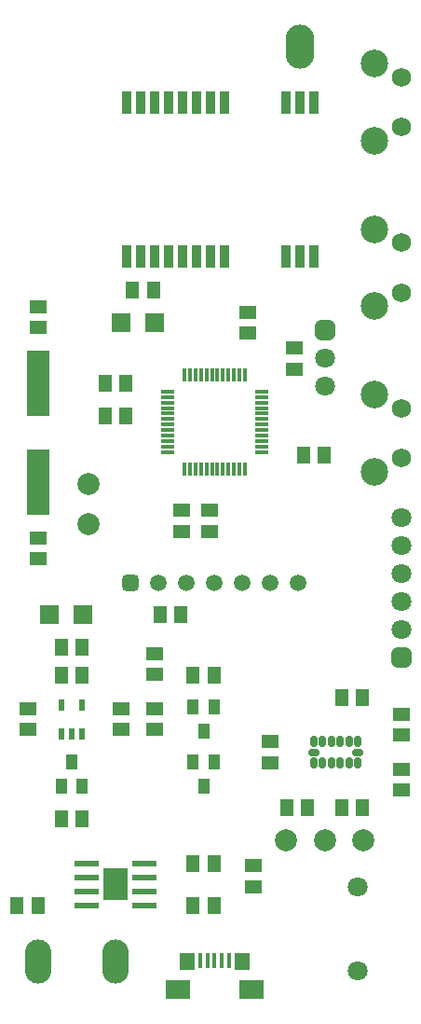
<source format=gbs>
G04 #@! TF.GenerationSoftware,KiCad,Pcbnew,(6.0.9)*
G04 #@! TF.CreationDate,2023-03-26T12:40:35+02:00*
G04 #@! TF.ProjectId,Spoke,53706f6b-652e-46b6-9963-61645f706362,1*
G04 #@! TF.SameCoordinates,PX5f5e100PY5f5e100*
G04 #@! TF.FileFunction,Soldermask,Bot*
G04 #@! TF.FilePolarity,Negative*
%FSLAX46Y46*%
G04 Gerber Fmt 4.6, Leading zero omitted, Abs format (unit mm)*
G04 Created by KiCad (PCBNEW (6.0.9)) date 2023-03-26 12:40:35*
%MOMM*%
%LPD*%
G01*
G04 APERTURE LIST*
G04 Aperture macros list*
%AMRoundRect*
0 Rectangle with rounded corners*
0 $1 Rounding radius*
0 $2 $3 $4 $5 $6 $7 $8 $9 X,Y pos of 4 corners*
0 Add a 4 corners polygon primitive as box body*
4,1,4,$2,$3,$4,$5,$6,$7,$8,$9,$2,$3,0*
0 Add four circle primitives for the rounded corners*
1,1,$1+$1,$2,$3*
1,1,$1+$1,$4,$5*
1,1,$1+$1,$6,$7*
1,1,$1+$1,$8,$9*
0 Add four rect primitives between the rounded corners*
20,1,$1+$1,$2,$3,$4,$5,0*
20,1,$1+$1,$4,$5,$6,$7,0*
20,1,$1+$1,$6,$7,$8,$9,0*
20,1,$1+$1,$8,$9,$2,$3,0*%
G04 Aperture macros list end*
%ADD10RoundRect,0.375000X-0.375000X-0.375000X0.375000X-0.375000X0.375000X0.375000X-0.375000X0.375000X0*%
%ADD11C,1.500000*%
%ADD12R,1.500000X1.300000*%
%ADD13R,0.900000X2.000000*%
%ADD14C,2.000000*%
%ADD15R,1.300000X1.500000*%
%ADD16R,0.600000X1.100000*%
%ADD17R,2.200000X0.600000*%
%ADD18R,2.290000X3.000000*%
%ADD19R,0.450000X1.380000*%
%ADD20R,1.425000X1.550000*%
%ADD21R,2.200000X1.800000*%
%ADD22R,1.000000X1.400000*%
%ADD23C,1.750000*%
%ADD24C,2.500000*%
%ADD25C,1.800000*%
%ADD26RoundRect,0.150000X0.150000X-0.325000X0.150000X0.325000X-0.150000X0.325000X-0.150000X-0.325000X0*%
%ADD27RoundRect,0.150000X0.325000X-0.150000X0.325000X0.150000X-0.325000X0.150000X-0.325000X-0.150000X0*%
%ADD28RoundRect,0.450000X0.450000X-0.450000X0.450000X0.450000X-0.450000X0.450000X-0.450000X-0.450000X0*%
%ADD29O,2.400000X4.000000*%
%ADD30RoundRect,0.450000X-0.450000X0.450000X-0.450000X-0.450000X0.450000X-0.450000X0.450000X0.450000X0*%
%ADD31O,2.600000X4.000000*%
%ADD32R,2.000000X6.000000*%
%ADD33R,1.200000X0.300000*%
%ADD34R,0.300000X1.200000*%
%ADD35R,1.700000X1.800000*%
G04 APERTURE END LIST*
D10*
G04 #@! TO.C,U2*
X-7620000Y-6650000D03*
D11*
X-5080000Y-6650000D03*
X-2540000Y-6650000D03*
X0Y-6650000D03*
X2540000Y-6650000D03*
X5080000Y-6650000D03*
X7620000Y-6650000D03*
G04 #@! TD*
D12*
G04 #@! TO.C,R14*
X-5500000Y-19950000D03*
X-5500000Y-18050000D03*
G04 #@! TD*
D13*
G04 #@! TO.C,U6*
X9000000Y23000000D03*
X7730000Y23000000D03*
X6460000Y23000000D03*
X890000Y23000000D03*
X-380000Y23000000D03*
X-1650000Y23000000D03*
X-2920000Y23000000D03*
X-4190000Y23000000D03*
X-5460000Y23000000D03*
X-6730000Y23000000D03*
X-8000000Y23000000D03*
X-8000000Y37000000D03*
X-6730000Y37000000D03*
X-5460000Y37000000D03*
X-4190000Y37000000D03*
X-2920000Y37000000D03*
X-1650000Y37000000D03*
X-380000Y37000000D03*
X890000Y37000000D03*
X6460000Y37000000D03*
X7730000Y37000000D03*
X9000000Y37000000D03*
G04 #@! TD*
D14*
G04 #@! TO.C,X11*
X6500000Y-30000000D03*
G04 #@! TD*
D15*
G04 #@! TO.C,C17*
X-5550000Y20000000D03*
X-7450000Y20000000D03*
G04 #@! TD*
D16*
G04 #@! TO.C,U1*
X-12050000Y-20300000D03*
X-13000000Y-20300000D03*
X-13950000Y-20300000D03*
X-13950000Y-17700000D03*
X-12050000Y-17700000D03*
G04 #@! TD*
D12*
G04 #@! TO.C,R7*
X-500000Y-50000D03*
X-500000Y-1950000D03*
G04 #@! TD*
D17*
G04 #@! TO.C,U5*
X-6400000Y-32095000D03*
X-6400000Y-33365000D03*
X-6400000Y-34635000D03*
X-6400000Y-35905000D03*
X-11600000Y-35905000D03*
X-11600000Y-34635000D03*
X-11600000Y-33365000D03*
X-11600000Y-32095000D03*
D18*
X-9000000Y-34000000D03*
G04 #@! TD*
D12*
G04 #@! TO.C,C9*
X-16000000Y16550000D03*
X-16000000Y18450000D03*
G04 #@! TD*
D19*
G04 #@! TO.C,X7*
X1300000Y-40890000D03*
X650000Y-40890000D03*
X0Y-40890000D03*
X-650000Y-40890000D03*
X-1300000Y-40890000D03*
D20*
X-2487500Y-40975000D03*
D21*
X-3375000Y-43550000D03*
X3375000Y-43550000D03*
D20*
X2487500Y-40975000D03*
G04 #@! TD*
D15*
G04 #@! TO.C,R8*
X-50000Y-32095000D03*
X-1950000Y-32095000D03*
G04 #@! TD*
G04 #@! TO.C,C12*
X-50000Y-35905000D03*
X-1950000Y-35905000D03*
G04 #@! TD*
D14*
G04 #@! TO.C,X10*
X10000000Y-30000000D03*
G04 #@! TD*
D15*
G04 #@! TO.C,C6*
X-13950000Y-12500000D03*
X-12050000Y-12500000D03*
G04 #@! TD*
G04 #@! TO.C,R1*
X-13950000Y-28000000D03*
X-12050000Y-28000000D03*
G04 #@! TD*
G04 #@! TO.C,R5*
X-50000Y-15000000D03*
X-1950000Y-15000000D03*
G04 #@! TD*
D22*
G04 #@! TO.C,Q1*
X-12050000Y-25100000D03*
X-13950000Y-25100000D03*
X-13000000Y-22900000D03*
G04 #@! TD*
D23*
G04 #@! TO.C,SW3*
X17000000Y4750000D03*
D24*
X14510000Y10510000D03*
D23*
X17000000Y9250000D03*
D24*
X14510000Y3500000D03*
G04 #@! TD*
D12*
G04 #@! TO.C,R4*
X7250000Y14700000D03*
X7250000Y12800000D03*
G04 #@! TD*
D25*
G04 #@! TO.C,LS1*
X13000000Y-34200000D03*
X13000000Y-41800000D03*
G04 #@! TD*
D12*
G04 #@! TO.C,C14*
X17000000Y-23550000D03*
X17000000Y-25450000D03*
G04 #@! TD*
D15*
G04 #@! TO.C,R2*
X-12050000Y-15000000D03*
X-13950000Y-15000000D03*
G04 #@! TD*
D12*
G04 #@! TO.C,C19*
X5000000Y-21050000D03*
X5000000Y-22950000D03*
G04 #@! TD*
G04 #@! TO.C,C20*
X-5500000Y-14950000D03*
X-5500000Y-13050000D03*
G04 #@! TD*
D26*
G04 #@! TO.C,U7*
X13000000Y-23000000D03*
X12200000Y-23000000D03*
X11400000Y-23000000D03*
X10600000Y-23000000D03*
X9800000Y-23000000D03*
X9000000Y-23000000D03*
D27*
X9000000Y-22000000D03*
D26*
X9000000Y-21000000D03*
X9800000Y-21000000D03*
X10600000Y-21000000D03*
X11400000Y-21000000D03*
X12200000Y-21000000D03*
X13000000Y-21000000D03*
D27*
X13000000Y-22000000D03*
G04 #@! TD*
D15*
G04 #@! TO.C,R9*
X11550000Y-27000000D03*
X13450000Y-27000000D03*
G04 #@! TD*
D28*
G04 #@! TO.C,X6*
X17000000Y-13350000D03*
D25*
X17000000Y-10810000D03*
X17000000Y-8270000D03*
X17000000Y-5730000D03*
X17000000Y-3190000D03*
X17000000Y-650000D03*
G04 #@! TD*
D29*
G04 #@! TO.C,X2*
X-9000000Y-41000000D03*
G04 #@! TD*
D30*
G04 #@! TO.C,X3*
X10000000Y16290000D03*
D25*
X10000000Y13750000D03*
X10000000Y11210000D03*
G04 #@! TD*
D15*
G04 #@! TO.C,C1*
X-8050000Y11500000D03*
X-9950000Y11500000D03*
G04 #@! TD*
D29*
G04 #@! TO.C,X1*
X-16000000Y-41000000D03*
G04 #@! TD*
D31*
G04 #@! TO.C,X8*
X7730000Y42100000D03*
G04 #@! TD*
D22*
G04 #@! TO.C,D1*
X-1950000Y-22900000D03*
X-50000Y-22900000D03*
X-1000000Y-25100000D03*
G04 #@! TD*
D15*
G04 #@! TO.C,C7*
X-4950000Y-9500000D03*
X-3050000Y-9500000D03*
G04 #@! TD*
D12*
G04 #@! TO.C,C15*
X17000000Y-18550000D03*
X17000000Y-20450000D03*
G04 #@! TD*
D14*
G04 #@! TO.C,X9*
X13500000Y-30000000D03*
G04 #@! TD*
D12*
G04 #@! TO.C,C4*
X-3000000Y-50000D03*
X-3000000Y-1950000D03*
G04 #@! TD*
D22*
G04 #@! TO.C,Q2*
X-1950000Y-17900000D03*
X-50000Y-17900000D03*
X-1000000Y-20100000D03*
G04 #@! TD*
D23*
G04 #@! TO.C,SW2*
X17000000Y19750000D03*
D24*
X14510000Y18500000D03*
X14510000Y25510000D03*
D23*
X17000000Y24250000D03*
G04 #@! TD*
G04 #@! TO.C,SW1*
X17000000Y34750000D03*
D24*
X14510000Y40510000D03*
D23*
X17000000Y39250000D03*
D24*
X14510000Y33500000D03*
G04 #@! TD*
D32*
G04 #@! TO.C,XTAL1*
X-16000000Y2500000D03*
X-16000000Y11500000D03*
G04 #@! TD*
D33*
G04 #@! TO.C,U3*
X-4250000Y5250000D03*
X-4250000Y5750000D03*
X-4250000Y6250000D03*
X-4250000Y6750000D03*
X-4250000Y7250000D03*
X-4250000Y7750000D03*
X-4250000Y8250000D03*
X-4250000Y8750000D03*
X-4250000Y9250000D03*
X-4250000Y9750000D03*
X-4250000Y10250000D03*
X-4250000Y10750000D03*
D34*
X-2750000Y12250000D03*
X-2250000Y12250000D03*
X-1750000Y12250000D03*
X-1250000Y12250000D03*
X-750000Y12250000D03*
X-250000Y12250000D03*
X250000Y12250000D03*
X750000Y12250000D03*
X1250000Y12250000D03*
X1750000Y12250000D03*
X2250000Y12250000D03*
X2750000Y12250000D03*
D33*
X4250000Y10750000D03*
X4250000Y10250000D03*
X4250000Y9750000D03*
X4250000Y9250000D03*
X4250000Y8750000D03*
X4250000Y8250000D03*
X4250000Y7750000D03*
X4250000Y7250000D03*
X4250000Y6750000D03*
X4250000Y6250000D03*
X4250000Y5750000D03*
X4250000Y5250000D03*
D34*
X2750000Y3750000D03*
X2250000Y3750000D03*
X1750000Y3750000D03*
X1250000Y3750000D03*
X750000Y3750000D03*
X250000Y3750000D03*
X-250000Y3750000D03*
X-750000Y3750000D03*
X-1250000Y3750000D03*
X-1750000Y3750000D03*
X-2250000Y3750000D03*
X-2750000Y3750000D03*
G04 #@! TD*
D15*
G04 #@! TO.C,C3*
X8050000Y5000000D03*
X9950000Y5000000D03*
G04 #@! TD*
G04 #@! TO.C,C11*
X-8050000Y8500000D03*
X-9950000Y8500000D03*
G04 #@! TD*
G04 #@! TO.C,C13*
X-17950000Y-35905000D03*
X-16050000Y-35905000D03*
G04 #@! TD*
D12*
G04 #@! TO.C,R3*
X-17000000Y-19950000D03*
X-17000000Y-18050000D03*
G04 #@! TD*
G04 #@! TO.C,R12*
X-8500000Y-18050000D03*
X-8500000Y-19950000D03*
G04 #@! TD*
G04 #@! TO.C,C2*
X3000000Y16050000D03*
X3000000Y17950000D03*
G04 #@! TD*
D35*
G04 #@! TO.C,C16*
X-5475000Y17000000D03*
X-8525000Y17000000D03*
G04 #@! TD*
D14*
G04 #@! TO.C,X5*
X-11500000Y2375000D03*
G04 #@! TD*
G04 #@! TO.C,X4*
X-11500000Y-1250000D03*
G04 #@! TD*
D35*
G04 #@! TO.C,C5*
X-11975000Y-9500000D03*
X-15025000Y-9500000D03*
G04 #@! TD*
D12*
G04 #@! TO.C,C8*
X-16000000Y-2550000D03*
X-16000000Y-4450000D03*
G04 #@! TD*
D15*
G04 #@! TO.C,R10*
X8450000Y-27000000D03*
X6550000Y-27000000D03*
G04 #@! TD*
D12*
G04 #@! TO.C,R15*
X3500000Y-32300000D03*
X3500000Y-34200000D03*
G04 #@! TD*
D15*
G04 #@! TO.C,C18*
X13450000Y-17000000D03*
X11550000Y-17000000D03*
G04 #@! TD*
M02*

</source>
